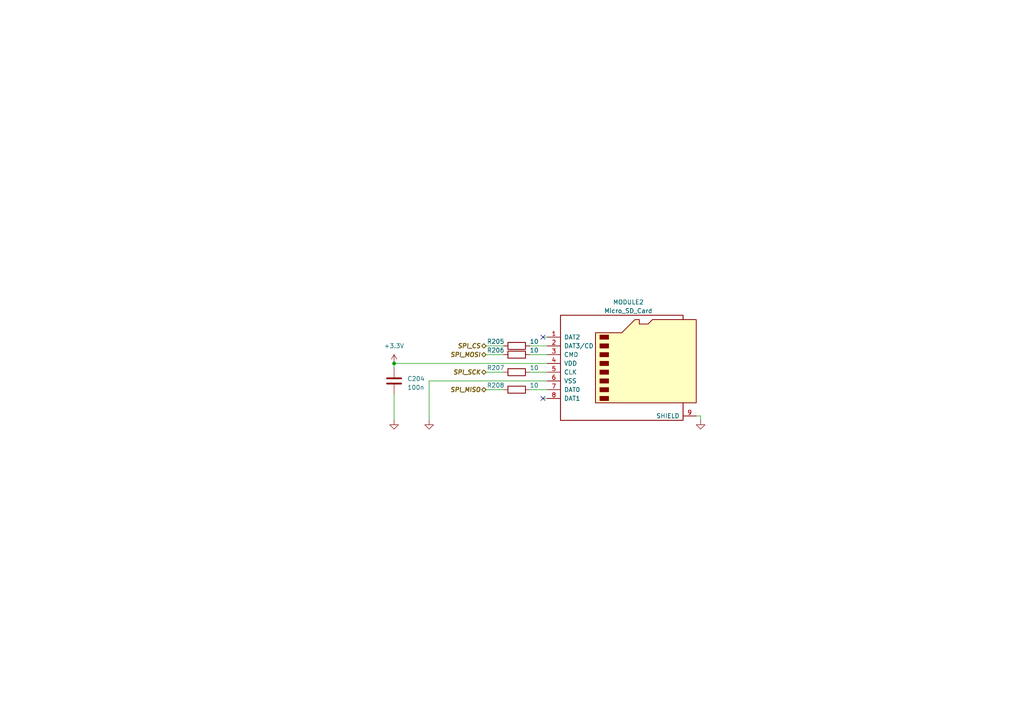
<source format=kicad_sch>
(kicad_sch (version 20250114) (generator "eeschema") (generator_version "9.0")
  (paper "A4")
  (title_block (date "2025-02-25") (comment 1 "micro-SD"))
  (lib_symbols
    (symbol "Connector:Micro_SD_Card" (pin_names (offset 1.016))
      (property "Reference" "J" (at -16.51 15.24 0))
      (property "Value" "Micro_SD_Card" (at 16.51 15.24 0))
      (symbol "Micro_SD_Card_0_1"
        (polyline (pts (xy -8.89 -11.43) (xy -8.89 8.89) (xy -1.27 8.89) (xy 2.54 12.7) (xy 3.81 12.7) (xy 3.81 11.43) (xy 6.35 11.43) (xy 7.62 12.7) (xy 20.32 12.7) (xy 20.32 -11.43) (xy -8.89 -11.43)) (stroke (width 0.254)) (fill (type background)))
        (rectangle (start -7.62 8.255) (end -5.08 6.985) (fill (type outline)))
        (rectangle (start -7.62 5.715) (end -5.08 4.445) (fill (type outline)))
        (rectangle (start -7.62 3.175) (end -5.08 1.905) (fill (type outline)))
        (rectangle (start -7.62 0.635) (end -5.08 -0.635) (fill (type outline)))
        (rectangle (start -7.62 -1.905) (end -5.08 -3.175) (fill (type outline)))
        (rectangle (start -7.62 -4.445) (end -5.08 -5.715) (fill (type outline)))
        (rectangle (start -7.62 -6.985) (end -5.08 -8.255) (fill (type outline)))
        (rectangle (start -7.62 -9.525) (end -5.08 -10.795) (fill (type outline)))
        (polyline (pts (xy 16.51 12.7) (xy 16.51 13.97) (xy -19.05 13.97) (xy -19.05 -16.51) (xy 16.51 -16.51) (xy 16.51 -11.43)) (stroke (width 0.254)))
      )
      (symbol "Micro_SD_Card_1_1"
        (pin bidirectional line (at -22.86 7.62 0) (length 3.81) (name "DAT2") (number "1"))
        (pin bidirectional line (at -22.86 5.08 0) (length 3.81) (name "DAT3/CD") (number "2"))
        (pin input line (at -22.86 2.54 0) (length 3.81) (name "CMD") (number "3"))
        (pin power_in line (at -22.86 0 0) (length 3.81) (name "VDD") (number "4"))
        (pin input line (at -22.86 -2.54 0) (length 3.81) (name "CLK") (number "5"))
        (pin power_in line (at -22.86 -5.08 0) (length 3.81) (name "VSS") (number "6"))
        (pin bidirectional line (at -22.86 -7.62 0) (length 3.81) (name "DAT0") (number "7"))
        (pin bidirectional line (at -22.86 -10.16 0) (length 3.81) (name "DAT1") (number "8"))
        (pin passive line (at 20.32 -15.24 180) (length 3.81) (name "SHIELD") (number "9"))
      )
    )
    (symbol "Device:C" (pin_numbers (hide yes)) (pin_names (offset 0.254))
      (property "Reference" "C" (at 0.635 2.54 0))
      (property "Value" "C" (at 0.635 -2.54 0))
      (symbol "C_0_1"
        (polyline (pts (xy -2.032 0.762) (xy 2.032 0.762)) (stroke (width 0.508)))
        (polyline (pts (xy -2.032 -0.762) (xy 2.032 -0.762)) (stroke (width 0.508)))
      )
      (symbol "C_1_1"
        (pin passive line (at 0 3.81 270) (length 2.794) (name "~") (number "1"))
        (pin passive line (at 0 -3.81 90) (length 2.794) (name "~") (number "2"))
      )
    )
    (symbol "Device:R" (pin_numbers (hide yes)) (pin_names (offset 0))
      (property "Reference" "R" (at 2.032 0 90))
      (property "Value" "R" (at 0 0 90))
      (symbol "R_0_1"
        (rectangle (start -1.016 -2.54) (end 1.016 2.54) (stroke (width 0.254)))
      )
      (symbol "R_1_1"
        (pin passive line (at 0 3.81 270) (length 1.27) (name "~") (number "1"))
        (pin passive line (at 0 -3.81 90) (length 1.27) (name "~") (number "2"))
      )
    )
    (symbol "power:+3.3V" (power) (pin_numbers (hide yes)) (pin_names (offset 0) (hide yes))
      (property "Value" "+3.3V" (at 0 3.556 0))
      (symbol "+3.3V_0_1"
        (polyline (pts (xy -0.762 1.27) (xy 0 2.54)))
        (polyline (pts (xy 0 2.54) (xy 0.762 1.27)))
        (polyline (pts (xy 0 0) (xy 0 2.54)))
      )
      (symbol "+3.3V_1_1"
        (pin power_in line (at 0 0 90) (length 0) (name "~") (number "1"))
      )
    )
    (symbol "power:GND" (power) (pin_numbers (hide yes)) (pin_names (offset 0) (hide yes))
      (property "Value" "GND" (at 0 -3.81 0))
      (symbol "GND_0_1"
        (polyline (pts (xy 0 0) (xy 0 -1.27) (xy 1.27 -1.27) (xy 0 -2.54) (xy -1.27 -1.27) (xy 0 -1.27)))
      )
      (symbol "GND_1_1"
        (pin power_in line (at 0 0 270) (length 0) (name "~") (number "1"))
      )
    )
  )
  (junction (at 114.3 105.41))
  (no_connect (at 157.48 115.57))
  (no_connect (at 157.48 97.79))
  (wire (pts (xy 153.67 113.03) (xy 158.75 113.03)))
  (wire (pts (xy 114.3 105.41) (xy 158.75 105.41)))
  (wire (pts (xy 157.48 97.79) (xy 158.75 97.79)))
  (wire (pts (xy 114.3 114.3) (xy 114.3 121.92)))
  (wire (pts (xy 153.67 107.95) (xy 158.75 107.95)))
  (wire (pts (xy 140.97 102.87) (xy 146.05 102.87)))
  (wire (pts (xy 157.48 115.57) (xy 158.75 115.57)))
  (wire (pts (xy 140.97 100.33) (xy 146.05 100.33)))
  (wire (pts (xy 203.2 121.92) (xy 203.2 120.65)))
  (wire (pts (xy 114.3 105.41) (xy 114.3 106.68)))
  (wire (pts (xy 140.97 107.95) (xy 146.05 107.95)))
  (wire (pts (xy 201.93 120.65) (xy 203.2 120.65)))
  (wire (pts (xy 140.97 113.03) (xy 146.05 113.03)))
  (wire (pts (xy 153.67 102.87) (xy 158.75 102.87)))
  (wire (pts (xy 124.46 110.49) (xy 124.46 121.92)))
  (wire (pts (xy 153.67 100.33) (xy 158.75 100.33)))
  (wire (pts (xy 124.46 110.49) (xy 158.75 110.49)))
  (hierarchical_label "SPI_CS" (shape bidirectional) (at 140.97 100.33 180) (effects (font (bold yes) (italic yes))))
  (hierarchical_label "SPI_MOSI" (shape bidirectional) (at 140.97 102.87 180) (effects (font (bold yes) (italic yes))))
  (hierarchical_label "SPI_SCK" (shape bidirectional) (at 140.97 107.95 180) (effects (font (bold yes) (italic yes))))
  (hierarchical_label "SPI_MISO" (shape bidirectional) (at 140.97 113.03 180) (effects (font (bold yes) (italic yes))))
  (symbol (lib_id "power:GND") (at 203.2 121.92 0) (unit 1)
    (property "Reference" "#PWR084" (effects (hide yes)))
    (property "Value" "GND" (effects (hide yes)))
    (property "Description" "Power symbol creates a global label with name \"GND\" , ground" (effects (hide yes)))
  )
  (symbol (lib_id "Device:R") (at 149.86 102.87 90) (unit 1)
    (property "Reference" "R206" (at 143.764 101.6 90))
    (property "Value" "10" (at 154.94 101.6 90))
    (property "Footprint" "Resistor_SMD:R_1206_3216Metric_Pad1.30x1.75mm_HandSolder" (effects (hide yes)))
  )
  (symbol (lib_id "Device:R") (at 149.86 107.95 90) (unit 1)
    (property "Reference" "R207" (at 143.764 106.68 90))
    (property "Value" "10" (at 154.94 106.68 90))
    (property "Footprint" "Resistor_SMD:R_1206_3216Metric_Pad1.30x1.75mm_HandSolder" (effects (hide yes)))
  )
  (symbol (lib_id "Device:R") (at 149.86 100.33 90) (unit 1)
    (property "Reference" "R205" (at 143.764 99.06 90))
    (property "Value" "10" (at 154.94 99.06 90))
    (property "Footprint" "Resistor_SMD:R_1206_3216Metric_Pad1.30x1.75mm_HandSolder" (effects (hide yes)))
  )
  (symbol (lib_id "power:GND") (at 114.3 121.92 0) (unit 1)
    (property "Reference" "#PWR086" (effects (hide yes)))
    (property "Value" "GND" (effects (hide yes)))
    (property "Description" "Power symbol creates a global label with name \"GND\" , ground" (effects (hide yes)))
  )
  (symbol (lib_id "power:+3.3V") (at 114.3 105.41 0) (unit 1)
    (property "Reference" "#PWR083" (effects (hide yes)))
    (property "Value" "+3.3V" (at 114.3 100.33 0))
    (property "Description" "Power symbol creates a global label with name \"+3.3V\"" (effects (hide yes)))
  )
  (symbol (lib_id "power:GND") (at 124.46 121.92 0) (unit 1)
    (property "Reference" "#PWR085" (effects (hide yes)))
    (property "Value" "GND" (effects (hide yes)))
    (property "Description" "Power symbol creates a global label with name \"GND\" , ground" (effects (hide yes)))
  )
  (symbol (lib_id "Device:C") (at 114.3 110.49 180) (unit 1)
    (property "Reference" "C204" (at 118.11 109.855 0) (effects (justify right)))
    (property "Value" "100n" (at 118.11 112.395 0) (effects (justify right)))
    (property "Footprint" "Capacitor_SMD:C_1206_3216Metric_Pad1.33x1.80mm_HandSolder" (effects (hide yes)))
  )
  (symbol (lib_id "Device:R") (at 149.86 113.03 90) (unit 1)
    (property "Reference" "R208" (at 143.764 111.76 90))
    (property "Value" "10" (at 154.94 111.76 90))
    (property "Footprint" "Resistor_SMD:R_1206_3216Metric_Pad1.30x1.75mm_HandSolder" (effects (hide yes)))
  )
  (symbol (lib_id "Connector:Micro_SD_Card") (at 181.61 105.41 0) (unit 1)
    (property "Reference" "MODULE2" (at 182.245 87.63 0))
    (property "Value" "Micro_SD_Card" (at 182.245 90.17 0))
    (property "Footprint" "Connector_Card:microSD_HC_Hirose_DM3AT-SF-PEJM5" (effects (hide yes)))
    (property "Datasheet" "http://katalog.we-online.de/em/datasheet/693072010801.pdf" (effects (hide yes)))
  )
)
</source>
